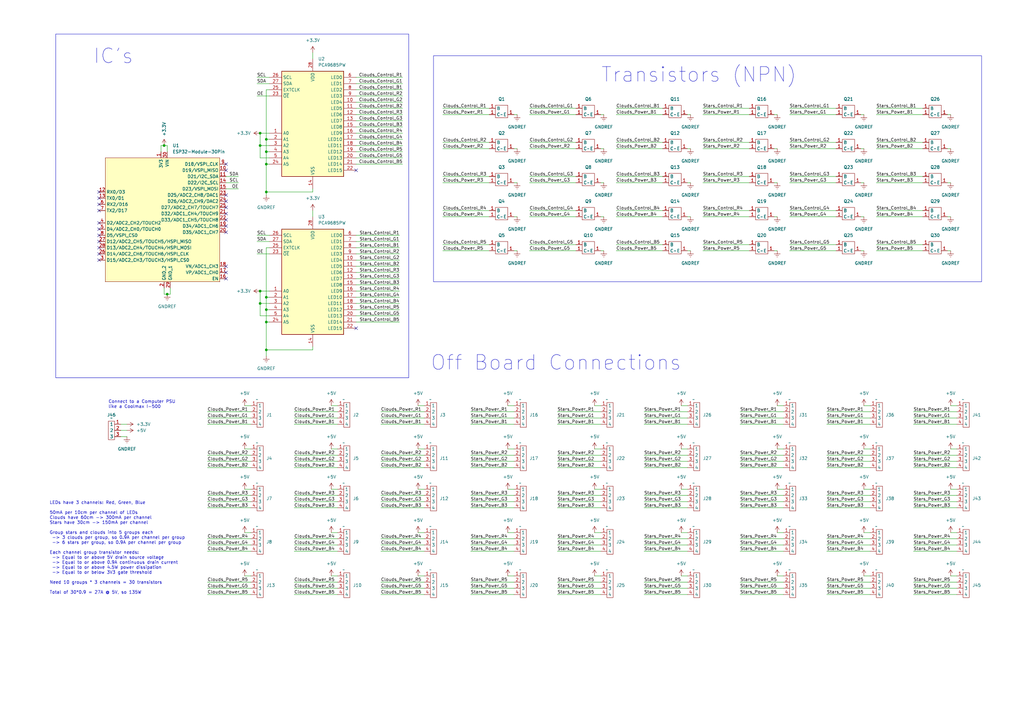
<source format=kicad_sch>
(kicad_sch (version 20230121) (generator eeschema)
  (paper "A3")
  (junction (at 109.22 57.15))
  (junction (at 109.22 132.08))
  (junction (at 106.68 119.38))
  (junction (at 109.22 121.92))
  (junction (at 106.68 59.69))
  (junction (at 109.22 67.31))
  (junction (at 109.22 62.23))
  (junction (at 109.22 143.51))
  (junction (at 109.22 127))
  (junction (at 67.31 59.69))
  (junction (at 106.68 54.61))
  (junction (at 106.68 124.46))
  (junction (at 68.58 120.65))
  (junction (at 109.22 78.74))
  (no_connect (at 40.64 104.14))
  (no_connect (at 40.64 86.36))
  (no_connect (at 92.71 87.63))
  (no_connect (at 92.71 92.71))
  (no_connect (at 40.64 78.74))
  (no_connect (at 92.71 69.85))
  (no_connect (at 92.71 111.76))
  (no_connect (at 40.64 93.98))
  (no_connect (at 92.71 85.09))
  (no_connect (at 146.05 69.85))
  (no_connect (at 92.71 82.55))
  (no_connect (at 92.71 109.22))
  (no_connect (at 92.71 67.31))
  (no_connect (at 92.71 90.17))
  (no_connect (at 40.64 91.44))
  (no_connect (at 40.64 99.06))
  (no_connect (at 92.71 80.01))
  (no_connect (at 40.64 106.68))
  (no_connect (at 40.64 81.28))
  (no_connect (at 92.71 114.3))
  (no_connect (at 92.71 95.25))
  (no_connect (at 40.64 101.6))
  (no_connect (at 146.05 134.62))
  (no_connect (at 40.64 83.82))
  (no_connect (at 40.64 96.52))
  (wire (pts (xy 128.27 86.36) (xy 128.27 88.9)))
  (wire (pts (xy 193.04 208.28) (xy 210.82 208.28)))
  (wire (pts (xy 109.22 62.23) (xy 109.22 67.31)))
  (wire (pts (xy 85.09 223.52) (xy 102.87 223.52)))
  (wire (pts (xy 146.05 44.45) (xy 165.1 44.45)))
  (wire (pts (xy 252.73 100.33) (xy 271.78 100.33)))
  (wire (pts (xy 109.22 127) (xy 110.49 127)))
  (wire (pts (xy 354.33 184.15) (xy 356.87 184.15)))
  (wire (pts (xy 243.84 184.15) (xy 246.38 184.15)))
  (wire (pts (xy 105.41 104.14) (xy 110.49 104.14)))
  (wire (pts (xy 85.09 203.2) (xy 102.87 203.2)))
  (wire (pts (xy 135.89 166.37) (xy 138.43 166.37)))
  (wire (pts (xy 228.6 171.45) (xy 246.38 171.45)))
  (wire (pts (xy 264.16 203.2) (xy 281.94 203.2)))
  (wire (pts (xy 252.73 102.87) (xy 271.78 102.87)))
  (wire (pts (xy 146.05 49.53) (xy 165.1 49.53)))
  (wire (pts (xy 359.41 58.42) (xy 378.46 58.42)))
  (wire (pts (xy 288.29 44.45) (xy 307.34 44.45)))
  (wire (pts (xy 146.05 109.22) (xy 163.83 109.22)))
  (wire (pts (xy 66.04 62.23) (xy 66.04 59.69)))
  (wire (pts (xy 388.62 74.93) (xy 389.89 74.93)))
  (wire (pts (xy 217.17 100.33) (xy 236.22 100.33)))
  (wire (pts (xy 353.06 60.96) (xy 354.33 60.96)))
  (wire (pts (xy 318.77 200.66) (xy 321.31 200.66)))
  (wire (pts (xy 323.85 102.87) (xy 342.9 102.87)))
  (wire (pts (xy 208.28 200.66) (xy 210.82 200.66)))
  (wire (pts (xy 303.53 168.91) (xy 321.31 168.91)))
  (wire (pts (xy 128.27 143.51) (xy 109.22 143.51)))
  (wire (pts (xy 120.65 186.69) (xy 138.43 186.69)))
  (wire (pts (xy 318.77 166.37) (xy 321.31 166.37)))
  (wire (pts (xy 146.05 62.23) (xy 165.1 62.23)))
  (wire (pts (xy 228.6 220.98) (xy 246.38 220.98)))
  (wire (pts (xy 109.22 67.31) (xy 109.22 78.74)))
  (wire (pts (xy 339.09 208.28) (xy 356.87 208.28)))
  (wire (pts (xy 354.33 236.22) (xy 356.87 236.22)))
  (wire (pts (xy 288.29 86.36) (xy 307.34 86.36)))
  (wire (pts (xy 264.16 208.28) (xy 281.94 208.28)))
  (wire (pts (xy 353.06 74.93) (xy 354.33 74.93)))
  (wire (pts (xy 317.5 88.9) (xy 318.77 88.9)))
  (wire (pts (xy 171.45 184.15) (xy 173.99 184.15)))
  (wire (pts (xy 288.29 102.87) (xy 307.34 102.87)))
  (wire (pts (xy 193.04 238.76) (xy 210.82 238.76)))
  (wire (pts (xy 389.89 218.44) (xy 392.43 218.44)))
  (wire (pts (xy 228.6 191.77) (xy 246.38 191.77)))
  (wire (pts (xy 146.05 96.52) (xy 163.83 96.52)))
  (wire (pts (xy 264.16 223.52) (xy 281.94 223.52)))
  (wire (pts (xy 246.38 102.87) (xy 247.65 102.87)))
  (wire (pts (xy 388.62 88.9) (xy 389.89 88.9)))
  (wire (pts (xy 303.53 220.98) (xy 321.31 220.98)))
  (wire (pts (xy 120.65 171.45) (xy 138.43 171.45)))
  (wire (pts (xy 146.05 39.37) (xy 165.1 39.37)))
  (wire (pts (xy 252.73 58.42) (xy 271.78 58.42)))
  (wire (pts (xy 264.16 189.23) (xy 281.94 189.23)))
  (wire (pts (xy 323.85 100.33) (xy 342.9 100.33)))
  (wire (pts (xy 359.41 86.36) (xy 378.46 86.36)))
  (wire (pts (xy 156.21 220.98) (xy 173.99 220.98)))
  (wire (pts (xy 69.85 120.65) (xy 68.58 120.65)))
  (wire (pts (xy 146.05 34.29) (xy 165.1 34.29)))
  (wire (pts (xy 193.04 203.2) (xy 210.82 203.2)))
  (wire (pts (xy 288.29 88.9) (xy 307.34 88.9)))
  (wire (pts (xy 146.05 104.14) (xy 163.83 104.14)))
  (wire (pts (xy 303.53 238.76) (xy 321.31 238.76)))
  (wire (pts (xy 374.65 171.45) (xy 392.43 171.45)))
  (wire (pts (xy 243.84 200.66) (xy 246.38 200.66)))
  (wire (pts (xy 105.41 99.06) (xy 110.49 99.06)))
  (wire (pts (xy 109.22 121.92) (xy 110.49 121.92)))
  (wire (pts (xy 303.53 191.77) (xy 321.31 191.77)))
  (wire (pts (xy 303.53 243.84) (xy 321.31 243.84)))
  (wire (pts (xy 105.41 34.29) (xy 110.49 34.29)))
  (wire (pts (xy 128.27 21.59) (xy 128.27 24.13)))
  (wire (pts (xy 339.09 243.84) (xy 356.87 243.84)))
  (wire (pts (xy 156.21 241.3) (xy 173.99 241.3)))
  (wire (pts (xy 318.77 184.15) (xy 321.31 184.15)))
  (wire (pts (xy 228.6 226.06) (xy 246.38 226.06)))
  (wire (pts (xy 146.05 111.76) (xy 163.83 111.76)))
  (wire (pts (xy 156.21 243.84) (xy 173.99 243.84)))
  (wire (pts (xy 389.89 184.15) (xy 392.43 184.15)))
  (wire (pts (xy 120.65 189.23) (xy 138.43 189.23)))
  (wire (pts (xy 68.58 62.23) (xy 68.58 59.69)))
  (wire (pts (xy 264.16 220.98) (xy 281.94 220.98)))
  (wire (pts (xy 85.09 220.98) (xy 102.87 220.98)))
  (wire (pts (xy 120.65 173.99) (xy 138.43 173.99)))
  (wire (pts (xy 120.65 238.76) (xy 138.43 238.76)))
  (wire (pts (xy 279.4 218.44) (xy 281.94 218.44)))
  (wire (pts (xy 246.38 74.93) (xy 247.65 74.93)))
  (wire (pts (xy 109.22 132.08) (xy 110.49 132.08)))
  (wire (pts (xy 323.85 44.45) (xy 342.9 44.45)))
  (wire (pts (xy 339.09 173.99) (xy 356.87 173.99)))
  (wire (pts (xy 181.61 88.9) (xy 200.66 88.9)))
  (wire (pts (xy 288.29 60.96) (xy 307.34 60.96)))
  (wire (pts (xy 374.65 220.98) (xy 392.43 220.98)))
  (wire (pts (xy 279.4 166.37) (xy 281.94 166.37)))
  (wire (pts (xy 252.73 72.39) (xy 271.78 72.39)))
  (wire (pts (xy 208.28 166.37) (xy 210.82 166.37)))
  (wire (pts (xy 374.65 238.76) (xy 392.43 238.76)))
  (wire (pts (xy 228.6 186.69) (xy 246.38 186.69)))
  (wire (pts (xy 374.65 205.74) (xy 392.43 205.74)))
  (wire (pts (xy 303.53 226.06) (xy 321.31 226.06)))
  (wire (pts (xy 210.82 102.87) (xy 212.09 102.87)))
  (wire (pts (xy 120.65 208.28) (xy 138.43 208.28)))
  (wire (pts (xy 264.16 191.77) (xy 281.94 191.77)))
  (wire (pts (xy 110.49 129.54) (xy 106.68 129.54)))
  (wire (pts (xy 228.6 203.2) (xy 246.38 203.2)))
  (wire (pts (xy 217.17 46.99) (xy 236.22 46.99)))
  (wire (pts (xy 339.09 168.91) (xy 356.87 168.91)))
  (wire (pts (xy 354.33 218.44) (xy 356.87 218.44)))
  (wire (pts (xy 359.41 100.33) (xy 378.46 100.33)))
  (wire (pts (xy 217.17 102.87) (xy 236.22 102.87)))
  (wire (pts (xy 69.85 118.11) (xy 69.85 120.65)))
  (wire (pts (xy 85.09 171.45) (xy 102.87 171.45)))
  (wire (pts (xy 156.21 205.74) (xy 173.99 205.74)))
  (wire (pts (xy 339.09 186.69) (xy 356.87 186.69)))
  (wire (pts (xy 217.17 88.9) (xy 236.22 88.9)))
  (wire (pts (xy 374.65 243.84) (xy 392.43 243.84)))
  (wire (pts (xy 208.28 218.44) (xy 210.82 218.44)))
  (wire (pts (xy 228.6 205.74) (xy 246.38 205.74)))
  (wire (pts (xy 156.21 191.77) (xy 173.99 191.77)))
  (wire (pts (xy 92.71 74.93) (xy 97.79 74.93)))
  (wire (pts (xy 217.17 60.96) (xy 236.22 60.96)))
  (wire (pts (xy 92.71 72.39) (xy 97.79 72.39)))
  (wire (pts (xy 246.38 46.99) (xy 247.65 46.99)))
  (wire (pts (xy 303.53 189.23) (xy 321.31 189.23)))
  (wire (pts (xy 49.53 179.07) (xy 52.07 179.07)))
  (wire (pts (xy 146.05 132.08) (xy 163.83 132.08)))
  (wire (pts (xy 146.05 52.07) (xy 165.1 52.07)))
  (wire (pts (xy 264.16 205.74) (xy 281.94 205.74)))
  (wire (pts (xy 339.09 238.76) (xy 356.87 238.76)))
  (wire (pts (xy 156.21 171.45) (xy 173.99 171.45)))
  (wire (pts (xy 281.94 74.93) (xy 283.21 74.93)))
  (wire (pts (xy 156.21 173.99) (xy 173.99 173.99)))
  (wire (pts (xy 105.41 96.52) (xy 110.49 96.52)))
  (wire (pts (xy 252.73 60.96) (xy 271.78 60.96)))
  (wire (pts (xy 85.09 226.06) (xy 102.87 226.06)))
  (wire (pts (xy 374.65 191.77) (xy 392.43 191.77)))
  (wire (pts (xy 210.82 46.99) (xy 212.09 46.99)))
  (wire (pts (xy 359.41 60.96) (xy 378.46 60.96)))
  (wire (pts (xy 171.45 200.66) (xy 173.99 200.66)))
  (wire (pts (xy 279.4 184.15) (xy 281.94 184.15)))
  (wire (pts (xy 146.05 57.15) (xy 165.1 57.15)))
  (wire (pts (xy 100.33 218.44) (xy 102.87 218.44)))
  (wire (pts (xy 120.65 191.77) (xy 138.43 191.77)))
  (wire (pts (xy 389.89 166.37) (xy 392.43 166.37)))
  (wire (pts (xy 264.16 171.45) (xy 281.94 171.45)))
  (wire (pts (xy 252.73 46.99) (xy 271.78 46.99)))
  (wire (pts (xy 252.73 88.9) (xy 271.78 88.9)))
  (wire (pts (xy 128.27 143.51) (xy 128.27 142.24)))
  (wire (pts (xy 181.61 102.87) (xy 200.66 102.87)))
  (wire (pts (xy 246.38 88.9) (xy 247.65 88.9)))
  (wire (pts (xy 181.61 44.45) (xy 200.66 44.45)))
  (wire (pts (xy 323.85 46.99) (xy 342.9 46.99)))
  (wire (pts (xy 109.22 143.51) (xy 109.22 146.05)))
  (wire (pts (xy 264.16 168.91) (xy 281.94 168.91)))
  (wire (pts (xy 146.05 101.6) (xy 163.83 101.6)))
  (wire (pts (xy 210.82 60.96) (xy 212.09 60.96)))
  (wire (pts (xy 303.53 205.74) (xy 321.31 205.74)))
  (wire (pts (xy 146.05 106.68) (xy 163.83 106.68)))
  (wire (pts (xy 85.09 208.28) (xy 102.87 208.28)))
  (wire (pts (xy 252.73 74.93) (xy 271.78 74.93)))
  (wire (pts (xy 156.21 208.28) (xy 173.99 208.28)))
  (wire (pts (xy 106.68 124.46) (xy 110.49 124.46)))
  (wire (pts (xy 181.61 72.39) (xy 200.66 72.39)))
  (wire (pts (xy 339.09 189.23) (xy 356.87 189.23)))
  (wire (pts (xy 389.89 236.22) (xy 392.43 236.22)))
  (wire (pts (xy 374.65 168.91) (xy 392.43 168.91)))
  (wire (pts (xy 339.09 220.98) (xy 356.87 220.98)))
  (wire (pts (xy 339.09 226.06) (xy 356.87 226.06)))
  (wire (pts (xy 281.94 46.99) (xy 283.21 46.99)))
  (wire (pts (xy 228.6 189.23) (xy 246.38 189.23)))
  (wire (pts (xy 120.65 243.84) (xy 138.43 243.84)))
  (wire (pts (xy 288.29 46.99) (xy 307.34 46.99)))
  (wire (pts (xy 100.33 236.22) (xy 102.87 236.22)))
  (wire (pts (xy 156.21 238.76) (xy 173.99 238.76)))
  (wire (pts (xy 339.09 191.77) (xy 356.87 191.77)))
  (wire (pts (xy 171.45 218.44) (xy 173.99 218.44)))
  (wire (pts (xy 228.6 243.84) (xy 246.38 243.84)))
  (wire (pts (xy 317.5 46.99) (xy 318.77 46.99)))
  (wire (pts (xy 217.17 74.93) (xy 236.22 74.93)))
  (wire (pts (xy 317.5 74.93) (xy 318.77 74.93)))
  (wire (pts (xy 279.4 236.22) (xy 281.94 236.22)))
  (wire (pts (xy 193.04 191.77) (xy 210.82 191.77)))
  (wire (pts (xy 208.28 236.22) (xy 210.82 236.22)))
  (wire (pts (xy 109.22 57.15) (xy 110.49 57.15)))
  (wire (pts (xy 374.65 189.23) (xy 392.43 189.23)))
  (wire (pts (xy 146.05 99.06) (xy 163.83 99.06)))
  (wire (pts (xy 193.04 186.69) (xy 210.82 186.69)))
  (wire (pts (xy 106.68 119.38) (xy 110.49 119.38)))
  (wire (pts (xy 389.89 200.66) (xy 392.43 200.66)))
  (wire (pts (xy 85.09 173.99) (xy 102.87 173.99)))
  (wire (pts (xy 193.04 171.45) (xy 210.82 171.45)))
  (wire (pts (xy 374.65 186.69) (xy 392.43 186.69)))
  (wire (pts (xy 228.6 223.52) (xy 246.38 223.52)))
  (wire (pts (xy 171.45 236.22) (xy 173.99 236.22)))
  (wire (pts (xy 120.65 205.74) (xy 138.43 205.74)))
  (wire (pts (xy 128.27 78.74) (xy 128.27 77.47)))
  (wire (pts (xy 146.05 64.77) (xy 165.1 64.77)))
  (wire (pts (xy 156.21 189.23) (xy 173.99 189.23)))
  (wire (pts (xy 146.05 121.92) (xy 163.83 121.92)))
  (wire (pts (xy 243.84 166.37) (xy 246.38 166.37)))
  (wire (pts (xy 106.68 59.69) (xy 110.49 59.69)))
  (wire (pts (xy 146.05 124.46) (xy 163.83 124.46)))
  (wire (pts (xy 49.53 173.99) (xy 52.07 173.99)))
  (wire (pts (xy 208.28 184.15) (xy 210.82 184.15)))
  (wire (pts (xy 109.22 67.31) (xy 110.49 67.31)))
  (wire (pts (xy 210.82 88.9) (xy 212.09 88.9)))
  (wire (pts (xy 135.89 236.22) (xy 138.43 236.22)))
  (wire (pts (xy 146.05 67.31) (xy 165.1 67.31)))
  (wire (pts (xy 146.05 59.69) (xy 165.1 59.69)))
  (wire (pts (xy 243.84 236.22) (xy 246.38 236.22)))
  (wire (pts (xy 339.09 203.2) (xy 356.87 203.2)))
  (wire (pts (xy 317.5 60.96) (xy 318.77 60.96)))
  (wire (pts (xy 303.53 186.69) (xy 321.31 186.69)))
  (wire (pts (xy 359.41 102.87) (xy 378.46 102.87)))
  (wire (pts (xy 181.61 46.99) (xy 200.66 46.99)))
  (wire (pts (xy 217.17 58.42) (xy 236.22 58.42)))
  (wire (pts (xy 359.41 72.39) (xy 378.46 72.39)))
  (wire (pts (xy 303.53 173.99) (xy 321.31 173.99)))
  (wire (pts (xy 193.04 223.52) (xy 210.82 223.52)))
  (wire (pts (xy 353.06 46.99) (xy 354.33 46.99)))
  (wire (pts (xy 354.33 166.37) (xy 356.87 166.37)))
  (wire (pts (xy 146.05 36.83) (xy 165.1 36.83)))
  (wire (pts (xy 193.04 226.06) (xy 210.82 226.06)))
  (wire (pts (xy 146.05 116.84) (xy 163.83 116.84)))
  (wire (pts (xy 135.89 184.15) (xy 138.43 184.15)))
  (wire (pts (xy 67.31 120.65) (xy 68.58 120.65)))
  (wire (pts (xy 156.21 203.2) (xy 173.99 203.2)))
  (wire (pts (xy 317.5 102.87) (xy 318.77 102.87)))
  (wire (pts (xy 353.06 88.9) (xy 354.33 88.9)))
  (wire (pts (xy 252.73 44.45) (xy 271.78 44.45)))
  (wire (pts (xy 339.09 241.3) (xy 356.87 241.3)))
  (wire (pts (xy 85.09 205.74) (xy 102.87 205.74)))
  (wire (pts (xy 264.16 186.69) (xy 281.94 186.69)))
  (wire (pts (xy 264.16 241.3) (xy 281.94 241.3)))
  (wire (pts (xy 288.29 100.33) (xy 307.34 100.33)))
  (wire (pts (xy 374.65 226.06) (xy 392.43 226.06)))
  (wire (pts (xy 106.68 124.46) (xy 106.68 119.38)))
  (wire (pts (xy 210.82 74.93) (xy 212.09 74.93)))
  (wire (pts (xy 323.85 86.36) (xy 342.9 86.36)))
  (wire (pts (xy 106.68 54.61) (xy 110.49 54.61)))
  (wire (pts (xy 193.04 205.74) (xy 210.82 205.74)))
  (wire (pts (xy 109.22 36.83) (xy 109.22 57.15)))
  (wire (pts (xy 135.89 218.44) (xy 138.43 218.44)))
  (wire (pts (xy 146.05 46.99) (xy 165.1 46.99)))
  (wire (pts (xy 106.68 64.77) (xy 106.68 59.69)))
  (wire (pts (xy 354.33 200.66) (xy 356.87 200.66)))
  (wire (pts (xy 228.6 173.99) (xy 246.38 173.99)))
  (wire (pts (xy 323.85 58.42) (xy 342.9 58.42)))
  (wire (pts (xy 193.04 189.23) (xy 210.82 189.23)))
  (wire (pts (xy 146.05 31.75) (xy 165.1 31.75)))
  (wire (pts (xy 303.53 208.28) (xy 321.31 208.28)))
  (wire (pts (xy 359.41 88.9) (xy 378.46 88.9)))
  (wire (pts (xy 85.09 238.76) (xy 102.87 238.76)))
  (wire (pts (xy 388.62 46.99) (xy 389.89 46.99)))
  (wire (pts (xy 264.16 243.84) (xy 281.94 243.84)))
  (wire (pts (xy 85.09 241.3) (xy 102.87 241.3)))
  (wire (pts (xy 110.49 36.83) (xy 109.22 36.83)))
  (wire (pts (xy 279.4 200.66) (xy 281.94 200.66)))
  (wire (pts (xy 303.53 241.3) (xy 321.31 241.3)))
  (wire (pts (xy 110.49 64.77) (xy 106.68 64.77)))
  (wire (pts (xy 109.22 62.23) (xy 110.49 62.23)))
  (wire (pts (xy 100.33 184.15) (xy 102.87 184.15)))
  (wire (pts (xy 85.09 243.84) (xy 102.87 243.84)))
  (wire (pts (xy 318.77 236.22) (xy 321.31 236.22)))
  (wire (pts (xy 228.6 208.28) (xy 246.38 208.28)))
  (wire (pts (xy 303.53 171.45) (xy 321.31 171.45)))
  (wire (pts (xy 66.04 59.69) (xy 67.31 59.69)))
  (wire (pts (xy 181.61 86.36) (xy 200.66 86.36)))
  (wire (pts (xy 323.85 74.93) (xy 342.9 74.93)))
  (wire (pts (xy 100.33 166.37) (xy 102.87 166.37)))
  (wire (pts (xy 252.73 86.36) (xy 271.78 86.36)))
  (wire (pts (xy 339.09 171.45) (xy 356.87 171.45)))
  (wire (pts (xy 264.16 173.99) (xy 281.94 173.99)))
  (wire (pts (xy 246.38 60.96) (xy 247.65 60.96)))
  (wire (pts (xy 303.53 203.2) (xy 321.31 203.2)))
  (wire (pts (xy 339.09 205.74) (xy 356.87 205.74)))
  (wire (pts (xy 217.17 86.36) (xy 236.22 86.36)))
  (wire (pts (xy 217.17 44.45) (xy 236.22 44.45)))
  (wire (pts (xy 105.41 31.75) (xy 110.49 31.75)))
  (wire (pts (xy 120.65 226.06) (xy 138.43 226.06)))
  (wire (pts (xy 146.05 114.3) (xy 163.83 114.3)))
  (wire (pts (xy 318.77 218.44) (xy 321.31 218.44)))
  (wire (pts (xy 109.22 101.6) (xy 109.22 121.92)))
  (wire (pts (xy 92.71 77.47) (xy 97.79 77.47)))
  (wire (pts (xy 359.41 74.93) (xy 378.46 74.93)))
  (wire (pts (xy 110.49 101.6) (xy 109.22 101.6)))
  (wire (pts (xy 120.65 241.3) (xy 138.43 241.3)))
  (wire (pts (xy 156.21 168.91) (xy 173.99 168.91)))
  (wire (pts (xy 374.65 208.28) (xy 392.43 208.28)))
  (wire (pts (xy 217.17 72.39) (xy 236.22 72.39)))
  (wire (pts (xy 193.04 173.99) (xy 210.82 173.99)))
  (wire (pts (xy 374.65 223.52) (xy 392.43 223.52)))
  (wire (pts (xy 193.04 168.91) (xy 210.82 168.91)))
  (wire (pts (xy 109.22 121.92) (xy 109.22 127)))
  (wire (pts (xy 281.94 88.9) (xy 283.21 88.9)))
  (wire (pts (xy 264.16 226.06) (xy 281.94 226.06)))
  (wire (pts (xy 243.84 218.44) (xy 246.38 218.44)))
  (wire (pts (xy 146.05 54.61) (xy 165.1 54.61)))
  (wire (pts (xy 171.45 166.37) (xy 173.99 166.37)))
  (wire (pts (xy 120.65 203.2) (xy 138.43 203.2)))
  (wire (pts (xy 146.05 119.38) (xy 163.83 119.38)))
  (wire (pts (xy 323.85 88.9) (xy 342.9 88.9)))
  (wire (pts (xy 228.6 168.91) (xy 246.38 168.91)))
  (wire (pts (xy 181.61 60.96) (xy 200.66 60.96)))
  (wire (pts (xy 68.58 59.69) (xy 67.31 59.69)))
  (wire (pts (xy 146.05 41.91) (xy 165.1 41.91)))
  (wire (pts (xy 85.09 191.77) (xy 102.87 191.77)))
  (wire (pts (xy 388.62 60.96) (xy 389.89 60.96)))
  (wire (pts (xy 303.53 223.52) (xy 321.31 223.52)))
  (wire (pts (xy 264.16 238.76) (xy 281.94 238.76)))
  (wire (pts (xy 374.65 203.2) (xy 392.43 203.2)))
  (wire (pts (xy 193.04 220.98) (xy 210.82 220.98)))
  (wire (pts (xy 228.6 241.3) (xy 246.38 241.3)))
  (wire (pts (xy 106.68 59.69) (xy 106.68 54.61)))
  (wire (pts (xy 156.21 223.52) (xy 173.99 223.52)))
  (wire (pts (xy 281.94 102.87) (xy 283.21 102.87)))
  (wire (pts (xy 120.65 168.91) (xy 138.43 168.91)))
  (wire (pts (xy 193.04 243.84) (xy 210.82 243.84)))
  (wire (pts (xy 120.65 220.98) (xy 138.43 220.98)))
  (wire (pts (xy 181.61 100.33) (xy 200.66 100.33)))
  (wire (pts (xy 120.65 223.52) (xy 138.43 223.52)))
  (wire (pts (xy 288.29 72.39) (xy 307.34 72.39)))
  (wire (pts (xy 359.41 46.99) (xy 378.46 46.99)))
  (wire (pts (xy 156.21 186.69) (xy 173.99 186.69)))
  (wire (pts (xy 146.05 129.54) (xy 163.83 129.54)))
  (wire (pts (xy 359.41 44.45) (xy 378.46 44.45)))
  (wire (pts (xy 49.53 176.53) (xy 52.07 176.53)))
  (wire (pts (xy 323.85 72.39) (xy 342.9 72.39)))
  (wire (pts (xy 388.62 102.87) (xy 389.89 102.87)))
  (wire (pts (xy 146.05 127) (xy 163.83 127)))
  (wire (pts (xy 85.09 186.69) (xy 102.87 186.69)))
  (wire (pts (xy 353.06 102.87) (xy 354.33 102.87)))
  (wire (pts (xy 135.89 200.66) (xy 138.43 200.66)))
  (wire (pts (xy 288.29 58.42) (xy 307.34 58.42)))
  (wire (pts (xy 109.22 132.08) (xy 109.22 143.51)))
  (wire (pts (xy 85.09 189.23) (xy 102.87 189.23)))
  (wire (pts (xy 323.85 60.96) (xy 342.9 60.96)))
  (wire (pts (xy 106.68 129.54) (xy 106.68 124.46)))
  (wire (pts (xy 288.29 74.93) (xy 307.34 74.93)))
  (wire (pts (xy 105.41 39.37) (xy 110.49 39.37)))
  (wire (pts (xy 100.33 200.66) (xy 102.87 200.66)))
  (wire (pts (xy 109.22 127) (xy 109.22 132.08)))
  (wire (pts (xy 193.04 241.3) (xy 210.82 241.3)))
  (wire (pts (xy 67.31 118.11) (xy 67.31 120.65)))
  (wire (pts (xy 85.09 168.91) (xy 102.87 168.91)))
  (wire (pts (xy 374.65 173.99) (xy 392.43 173.99)))
  (wire (pts (xy 228.6 238.76) (xy 246.38 238.76)))
  (wire (pts (xy 109.22 78.74) (xy 109.22 80.01)))
  (wire (pts (xy 109.22 78.74) (xy 128.27 78.74)))
  (wire (pts (xy 281.94 60.96) (xy 283.21 60.96)))
  (wire (pts (xy 156.21 226.06) (xy 173.99 226.06)))
  (wire (pts (xy 374.65 241.3) (xy 392.43 241.3)))
  (wire (pts (xy 181.61 58.42) (xy 200.66 58.42)))
  (wire (pts (xy 339.09 223.52) (xy 356.87 223.52)))
  (wire (pts (xy 181.61 74.93) (xy 200.66 74.93)))
  (wire (pts (xy 109.22 57.15) (xy 109.22 62.23)))
  (rectangle (start 22.86 13.97) (end 167.64 154.94))
  (rectangle (start 177.8 22.86) (end 402.59 115.57))
  (text "Transistors (NPN)" (at 246.38 34.29 0) (effects (font (size 6 6)) (justify left bottom)))
  (text "Connect to a Computer PSU\nlike a Coolmax I-500" (at 44.45 167.64 0) (effects (font (size 1.27 1.27)) (justify left bottom)))
  (text "Off Board Connections" (at 176.53 152.4 0) (effects (font (size 6 6)) (justify left bottom)))
  (text "IC's" (at 38.1 26.67 0) (effects (font (size 6 6)) (justify left bottom)))
  (text "LEDs have 3 channels: Red, Green, Blue\n\n50mA per 10cm per channel of LEDs\nClouds have 60cm -> 300mA per channel\nStars have 30cm -> 150mA per channel\n\nGroup stars and clouds into 5 groups each\n -> 3 clouds per group, so 0.9A per channel per group\n -> 6 stars per group, so 0.9A per channel per group\n\nEach channel group transistor needs:\n -> Equal to or above 5V drain source voltage\n -> Equal to or above 0.9A continuous drain current\n -> Equal to or above 4.5W power dissipation\n -> Equal to or below 3V3 gate threshold\n\nNeed 10 groups * 3 channels = 30 transistors\n\nTotal of 30*0.9 = 27A @ 5V, so 135W" (at 20.32 243.84 0) (effects (font (size 1.27 1.27)) (justify left bottom)))
  (label "Stars_Control_G1" (at 323.85 44.45 0))
  (label "Stars_Control_B2" (at 163.83 109.22 180))
  (label "Clouds_Control_R1" (at 181.61 44.45 0))
  (label "Clouds_Control_G4" (at 165.1 57.15 180))
  (label "Stars_Control_R4" (at 288.29 86.36 0))
  (label "Stars_Power_B3" (at 339.09 208.28 0))
  (label "Stars_Power_R3" (at 193.04 203.2 0))
  (label "Clouds_Power_G4" (at 85.09 223.52 0))
  (label "Clouds_Power_G3" (at 85.09 205.74 0))
  (label "Stars_Power_B1" (at 228.6 173.99 0))
  (label "Stars_Power_G2" (at 193.04 189.23 0))
  (label "Clouds_Control_G3" (at 217.17 72.39 0))
  (label "Stars_Control_R5" (at 163.83 127 180))
  (label "Stars_Power_R1" (at 339.09 168.91 0))
  (label "Stars_Power_B5" (at 359.41 102.87 0))
  (label "Stars_Power_R5" (at 264.16 238.76 0))
  (label "Stars_Power_B5" (at 339.09 243.84 0))
  (label "Stars_Power_R5" (at 288.29 102.87 0))
  (label "Stars_Power_R1" (at 228.6 168.91 0))
  (label "Stars_Control_G5" (at 323.85 100.33 0))
  (label "Stars_Power_G1" (at 193.04 171.45 0))
  (label "Stars_Control_G5" (at 163.83 129.54 180))
  (label "Stars_Control_R1" (at 163.83 96.52 180))
  (label "Stars_Power_R4" (at 288.29 88.9 0))
  (label "Clouds_Power_B2" (at 156.21 191.77 0))
  (label "Stars_Power_B1" (at 264.16 173.99 0))
  (label "Stars_Control_B2" (at 359.41 58.42 0))
  (label "Clouds_Power_R2" (at 181.61 60.96 0))
  (label "Clouds_Power_B2" (at 85.09 191.77 0))
  (label "Clouds_Power_B1" (at 252.73 46.99 0))
  (label "Stars_Power_G2" (at 264.16 189.23 0))
  (label "Clouds_Power_G5" (at 85.09 241.3 0))
  (label "Clouds_Power_G1" (at 85.09 171.45 0))
  (label "Stars_Control_B1" (at 359.41 44.45 0))
  (label "Stars_Control_R3" (at 163.83 111.76 180))
  (label "Clouds_Control_B4" (at 252.73 86.36 0))
  (label "Stars_Power_R2" (at 193.04 186.69 0))
  (label "Stars_Power_B4" (at 228.6 226.06 0))
  (label "SDA" (at 105.41 99.06 0))
  (label "Stars_Power_R3" (at 228.6 203.2 0))
  (label "Stars_Control_G2" (at 323.85 58.42 0))
  (label "Stars_Power_B3" (at 228.6 208.28 0))
  (label "Stars_Power_G5" (at 323.85 102.87 0))
  (label "Clouds_Control_R5" (at 181.61 100.33 0))
  (label "Clouds_Power_R5" (at 120.65 238.76 0))
  (label "Stars_Control_R5" (at 288.29 100.33 0))
  (label "Stars_Power_G4" (at 323.85 88.9 0))
  (label "Stars_Control_B3" (at 359.41 72.39 0))
  (label "Stars_Power_R2" (at 339.09 186.69 0))
  (label "Stars_Power_R3" (at 339.09 203.2 0))
  (label "Stars_Power_B2" (at 374.65 191.77 0))
  (label "SDA" (at 97.79 72.39 180))
  (label "Clouds_Power_B4" (at 85.09 226.06 0))
  (label "Stars_Power_R2" (at 288.29 60.96 0))
  (label "Stars_Control_R1" (at 288.29 44.45 0))
  (label "Stars_Power_G3" (at 264.16 205.74 0))
  (label "Stars_Power_B1" (at 374.65 173.99 0))
  (label "Stars_Power_G2" (at 228.6 189.23 0))
  (label "Clouds_Power_R5" (at 156.21 238.76 0))
  (label "Clouds_Power_R3" (at 120.65 203.2 0))
  (label "Clouds_Power_B2" (at 120.65 191.77 0))
  (label "Stars_Power_B2" (at 339.09 191.77 0))
  (label "Stars_Power_G4" (at 374.65 223.52 0))
  (label "OE" (at 105.41 39.37 0))
  (label "Stars_Power_G1" (at 374.65 171.45 0))
  (label "Clouds_Control_R1" (at 165.1 31.75 180))
  (label "Stars_Control_G4" (at 323.85 86.36 0))
  (label "Stars_Power_B2" (at 359.41 60.96 0))
  (label "Clouds_Power_B5" (at 156.21 243.84 0))
  (label "Stars_Power_R3" (at 374.65 203.2 0))
  (label "Stars_Control_R2" (at 288.29 58.42 0))
  (label "Clouds_Control_B2" (at 165.1 44.45 180))
  (label "Stars_Power_R1" (at 303.53 168.91 0))
  (label "Clouds_Power_R1" (at 85.09 168.91 0))
  (label "Clouds_Control_R5" (at 165.1 62.23 180))
  (label "Stars_Power_B5" (at 228.6 243.84 0))
  (label "Stars_Control_B5" (at 163.83 132.08 180))
  (label "Clouds_Power_B5" (at 85.09 243.84 0))
  (label "SCL" (at 105.41 96.52 0))
  (label "Stars_Control_G3" (at 163.83 114.3 180))
  (label "Clouds_Control_B3" (at 252.73 72.39 0))
  (label "Clouds_Control_B1" (at 165.1 36.83 180))
  (label "Stars_Power_G2" (at 303.53 189.23 0))
  (label "Stars_Power_G4" (at 339.09 223.52 0))
  (label "Clouds_Power_B3" (at 252.73 74.93 0))
  (label "Clouds_Power_G4" (at 217.17 88.9 0))
  (label "Stars_Power_R4" (at 374.65 220.98 0))
  (label "SDA" (at 105.41 34.29 0))
  (label "Stars_Power_B4" (at 359.41 88.9 0))
  (label "Stars_Power_B1" (at 339.09 173.99 0))
  (label "Clouds_Power_G4" (at 120.65 223.52 0))
  (label "Stars_Power_G5" (at 303.53 241.3 0))
  (label "Clouds_Power_R2" (at 85.09 186.69 0))
  (label "Stars_Control_B3" (at 163.83 116.84 180))
  (label "Clouds_Power_G1" (at 156.21 171.45 0))
  (label "Stars_Power_R2" (at 303.53 186.69 0))
  (label "Clouds_Power_B3" (at 85.09 208.28 0))
  (label "Clouds_Control_G4" (at 217.17 86.36 0))
  (label "Clouds_Control_G2" (at 217.17 58.42 0))
  (label "Stars_Power_G4" (at 303.53 223.52 0))
  (label "Stars_Power_B3" (at 303.53 208.28 0))
  (label "Stars_Power_G1" (at 264.16 171.45 0))
  (label "Stars_Power_G2" (at 339.09 189.23 0))
  (label "Stars_Power_R5" (at 374.65 238.76 0))
  (label "Clouds_Power_R3" (at 85.09 203.2 0))
  (label "Clouds_Power_B1" (at 85.09 173.99 0))
  (label "Stars_Power_B3" (at 264.16 208.28 0))
  (label "Stars_Power_G4" (at 193.04 223.52 0))
  (label "Stars_Power_B2" (at 193.04 191.77 0))
  (label "Stars_Control_R3" (at 288.29 72.39 0))
  (label "Clouds_Power_R4" (at 156.21 220.98 0))
  (label "Clouds_Power_B2" (at 252.73 60.96 0))
  (label "SCL" (at 105.41 31.75 0))
  (label "Clouds_Control_R3" (at 181.61 72.39 0))
  (label "Stars_Power_G1" (at 228.6 171.45 0))
  (label "Stars_Power_B1" (at 359.41 46.99 0))
  (label "Stars_Power_B3" (at 193.04 208.28 0))
  (label "Stars_Power_B3" (at 359.41 74.93 0))
  (label "Clouds_Power_R5" (at 181.61 102.87 0))
  (label "Stars_Power_G5" (at 339.09 241.3 0))
  (label "Stars_Power_B5" (at 193.04 243.84 0))
  (label "Clouds_Power_G4" (at 156.21 223.52 0))
  (label "Clouds_Power_R3" (at 181.61 74.93 0))
  (label "Stars_Power_R4" (at 228.6 220.98 0))
  (label "Clouds_Power_G3" (at 120.65 205.74 0))
  (label "Stars_Power_R2" (at 374.65 186.69 0))
  (label "Clouds_Control_B2" (at 252.73 58.42 0))
  (label "Stars_Power_B2" (at 228.6 191.77 0))
  (label "Stars_Power_R1" (at 264.16 168.91 0))
  (label "Clouds_Power_B5" (at 252.73 102.87 0))
  (label "Stars_Power_R5" (at 303.53 238.76 0))
  (label "Clouds_Power_R1" (at 120.65 168.91 0))
  (label "Stars_Control_G1" (at 163.83 99.06 180))
  (label "Stars_Control_G2" (at 163.83 106.68 180))
  (label "Clouds_Power_R2" (at 217.17 60.96 0))
  (label "Clouds_Control_B3" (at 165.1 52.07 180))
  (label "Stars_Power_G4" (at 264.16 223.52 0))
  (label "Clouds_Power_G2" (at 120.65 189.23 0))
  (label "Stars_Power_R4" (at 264.16 220.98 0))
  (label "Stars_Control_B1" (at 163.83 101.6 180))
  (label "Stars_Power_B5" (at 374.65 243.84 0))
  (label "Clouds_Control_B5" (at 252.73 100.33 0))
  (label "Clouds_Power_G5" (at 217.17 102.87 0))
  (label "Clouds_Power_B1" (at 120.65 173.99 0))
  (label "Stars_Power_B4" (at 303.53 226.06 0))
  (label "Clouds_Power_G1" (at 217.17 46.99 0))
  (label "SCL" (at 97.79 74.93 180))
  (label "Stars_Power_G5" (at 228.6 241.3 0))
  (label "Stars_Power_G3" (at 193.04 205.74 0))
  (label "OE" (at 105.41 104.14 0))
  (label "Clouds_Control_G3" (at 165.1 49.53 180))
  (label "Stars_Control_B5" (at 359.41 100.33 0))
  (label "Stars_Control_R2" (at 163.83 104.14 180))
  (label "Stars_Power_G3" (at 323.85 74.93 0))
  (label "Clouds_Power_G3" (at 217.17 74.93 0))
  (label "Clouds_Power_B1" (at 156.21 173.99 0))
  (label "Stars_Power_B5" (at 264.16 243.84 0))
  (label "Clouds_Power_G5" (at 156.21 241.3 0))
  (label "Clouds_Control_R4" (at 181.61 86.36 0))
  (label "Clouds_Power_R4" (at 85.09 220.98 0))
  (label "Stars_Power_G4" (at 228.6 223.52 0))
  (label "Clouds_Power_B4" (at 120.65 226.06 0))
  (label "Stars_Power_B5" (at 303.53 243.84 0))
  (label "Clouds_Control_B5" (at 165.1 67.31 180))
  (label "Clouds_Control_G2" (at 165.1 41.91 180))
  (label "Clouds_Control_R2" (at 181.61 58.42 0))
  (label "Stars_Power_G3" (at 228.6 205.74 0))
  (label "Stars_Power_R1" (at 193.04 168.91 0))
  (label "Clouds_Power_B3" (at 120.65 208.28 0))
  (label "Clouds_Power_R3" (at 156.21 203.2 0))
  (label "Clouds_Power_G3" (at 156.21 205.74 0))
  (label "Clouds_Power_R5" (at 85.09 238.76 0))
  (label "Clouds_Power_B4" (at 156.21 226.06 0))
  (label "Clouds_Power_G2" (at 85.09 189.23 0))
  (label "Stars_Power_G1" (at 323.85 46.99 0))
  (label "Stars_Power_B2" (at 264.16 191.77 0))
  (label "Stars_Power_R3" (at 303.53 203.2 0))
  (label "Clouds_Power_R1" (at 181.61 46.99 0))
  (label "Stars_Power_R1" (at 374.65 168.91 0))
  (label "Stars_Power_R2" (at 228.6 186.69 0))
  (label "Stars_Power_G5" (at 374.65 241.3 0))
  (label "Clouds_Power_R2" (at 156.21 186.69 0))
  (label "Stars_Power_R4" (at 339.09 220.98 0))
  (label "Clouds_Power_R2" (at 120.65 186.69 0))
  (label "Stars_Power_G2" (at 374.65 189.23 0))
  (label "Stars_Power_B4" (at 193.04 226.06 0))
  (label "Clouds_Control_B1" (at 252.73 44.45 0))
  (label "OE" (at 97.79 77.47 180))
  (label "Clouds_Power_B4" (at 252.73 88.9 0))
  (label "Stars_Power_R1" (at 288.29 46.99 0))
  (label "Stars_Control_R4" (at 163.83 119.38 180))
  (label "Clouds_Power_R4" (at 181.61 88.9 0))
  (label "Clouds_Power_R4" (at 120.65 220.98 0))
  (label "Stars_Power_G3" (at 374.65 205.74 0))
  (label "Stars_Power_G3" (at 339.09 205.74 0))
  (label "Clouds_Power_B3" (at 156.21 208.28 0))
  (label "Stars_Power_R5" (at 193.04 238.76 0))
  (label "Stars_Power_R2" (at 264.16 186.69 0))
  (label "Stars_Power_G1" (at 303.53 171.45 0))
  (label "Clouds_Power_G1" (at 120.65 171.45 0))
  (label "Clouds_Control_R3" (at 165.1 46.99 180))
  (label "Stars_Power_R3" (at 288.29 74.93 0))
  (label "Clouds_Control_B4" (at 165.1 59.69 180))
  (label "Clouds_Power_B5" (at 120.65 243.84 0))
  (label "Clouds_Control_G5" (at 217.17 100.33 0))
  (label "Clouds_Power_G5" (at 120.65 241.3 0))
  (label "Stars_Power_R5" (at 228.6 238.76 0))
  (label "Clouds_Control_G1" (at 217.17 44.45 0))
  (label "Stars_Power_B4" (at 339.09 226.06 0))
  (label "Stars_Power_G5" (at 193.04 241.3 0))
  (label "Stars_Control_G4" (at 163.83 121.92 180))
  (label "Stars_Power_R5" (at 339.09 238.76 0))
  (label "Stars_Power_B4" (at 374.65 226.06 0))
  (label "Clouds_Control_G1" (at 165.1 34.29 180))
  (label "Stars_Control_G3" (at 323.85 72.39 0))
  (label "Stars_Control_B4" (at 359.41 86.36 0))
  (label "Stars_Power_R4" (at 193.04 220.98 0))
  (label "Stars_Power_B3" (at 374.65 208.28 0))
  (label "Stars_Control_B4" (at 163.83 124.46 180))
  (label "Stars_Power_R3" (at 264.16 203.2 0))
  (label "Stars_Power_G3" (at 303.53 205.74 0))
  (label "Stars_Power_G1" (at 339.09 171.45 0))
  (label "Stars_Power_B2" (at 303.53 191.77 0))
  (label "Clouds_Control_G5" (at 165.1 64.77 180))
  (label "Stars_Power_G5" (at 264.16 241.3 0))
  (label "Stars_Power_R2" (at 323.85 60.96 0))
  (label "Stars_Power_R4" (at 303.53 220.98 0))
  (label "Clouds_Power_R1" (at 156.21 168.91 0))
  (label "Clouds_Control_R4" (at 165.1 54.61 180))
  (label "Stars_Power_B1" (at 193.04 173.99 0))
  (label "Stars_Power_B4" (at 264.16 226.06 0))
  (label "Clouds_Power_G2" (at 156.21 189.23 0))
  (label "Stars_Power_B1" (at 303.53 173.99 0))
  (label "Clouds_Control_R2" (at 165.1 39.37 180))
  (symbol (lib_id "power:GNDREF") (at 354.33 74.93 0) (mirror y) (unit 1)
    (property "Reference" "#PWR033" (effects hide))
    (property "Value" "GNDREF" (at 354.33 80.01 0))
  )
  (symbol (lib_id "Library:0353120460") (at 213.36 217.17 0) (unit 1)
    (property "Reference" "J19" (at 217.17 222.25 0) (effects (justify left)))
    (property "Value" "~" (at 213.36 215.9 0))
    (property "Footprint" "Library:0353120460" (effects hide))
  )
  (symbol (lib_id "Library:AP5N10S") (at 383.54 60.96 0) (unit 1)
    (property "Reference" "Q27" (at 383.54 54.61 0))
    (property "Value" "~" (at 383.54 60.96 0))
    (property "Footprint" "Library:AP5N10S" (effects hide))
  )
  (symbol (lib_id "power:GNDREF") (at 247.65 74.93 0) (mirror y) (unit 1)
    (property "Reference" "#PWR018" (effects hide))
    (property "Value" "GNDREF" (at 247.65 80.01 0))
  )
  (symbol (lib_id "power:+5V") (at 279.4 236.22 0) (unit 1)
    (property "Reference" "#PWR069" (effects hide))
    (property "Value" "+5V" (at 279.4 231.14 0))
  )
  (symbol (lib_id "power:GNDREF") (at 389.89 88.9 0) (mirror y) (unit 1)
    (property "Reference" "#PWR039" (effects hide))
    (property "Value" "GNDREF" (at 389.89 93.98 0))
  )
  (symbol (lib_id "Library:AP5N10S") (at 312.42 60.96 0) (unit 1)
    (property "Reference" "Q17" (at 312.42 54.61 0))
    (property "Value" "~" (at 312.42 60.96 0))
    (property "Footprint" "Library:AP5N10S" (effects hide))
  )
  (symbol (lib_id "Library:0353120460") (at 140.97 182.88 0) (unit 1)
    (property "Reference" "J5" (at 144.78 187.96 0) (effects (justify left)))
    (property "Value" "~" (at 140.97 181.61 0))
    (property "Footprint" "Library:0353120460" (effects hide))
  )
  (symbol (lib_id "power:+5V") (at 208.28 218.44 0) (unit 1)
    (property "Reference" "#PWR058" (effects hide))
    (property "Value" "+5V" (at 208.28 213.36 0))
  )
  (symbol (lib_id "power:GNDREF") (at 283.21 46.99 0) (mirror y) (unit 1)
    (property "Reference" "#PWR021" (effects hide))
    (property "Value" "GNDREF" (at 283.21 52.07 0))
  )
  (symbol (lib_id "Library:0353120460") (at 213.36 182.88 0) (unit 1)
    (property "Reference" "J17" (at 217.17 187.96 0) (effects (justify left)))
    (property "Value" "~" (at 213.36 181.61 0))
    (property "Footprint" "Library:0353120460" (effects hide))
  )
  (symbol (lib_id "Library:0353120460") (at 248.92 182.88 0) (unit 1)
    (property "Reference" "J22" (at 252.73 187.96 0) (effects (justify left)))
    (property "Value" "~" (at 248.92 181.61 0))
    (property "Footprint" "Library:0353120460" (effects hide))
  )
  (symbol (lib_id "power:+3.3V") (at 106.68 119.38 90) (unit 1)
    (property "Reference" "#PWR04" (effects hide))
    (property "Value" "+3.3V" (at 102.87 119.38 90) (effects (justify left)))
  )
  (symbol (lib_id "power:GNDREF") (at 283.21 102.87 0) (mirror y) (unit 1)
    (property "Reference" "#PWR025" (effects hide))
    (property "Value" "GNDREF" (at 283.21 107.95 0))
  )
  (symbol (lib_id "power:+5V") (at 318.77 236.22 0) (unit 1)
    (property "Reference" "#PWR074" (effects hide))
    (property "Value" "+5V" (at 318.77 231.14 0))
  )
  (symbol (lib_id "power:GNDREF") (at 318.77 46.99 0) (mirror y) (unit 1)
    (property "Reference" "#PWR026" (effects hide))
    (property "Value" "GNDREF" (at 318.77 52.07 0))
  )
  (symbol (lib_id "power:GNDREF") (at 212.09 88.9 0) (mirror y) (unit 1)
    (property "Reference" "#PWR014" (effects hide))
    (property "Value" "GNDREF" (at 212.09 93.98 0))
  )
  (symbol (lib_id "Library:AP5N10S") (at 347.98 88.9 0) (unit 1)
    (property "Reference" "Q24" (at 347.98 82.55 0))
    (property "Value" "~" (at 347.98 88.9 0))
    (property "Footprint" "Library:AP5N10S" (effects hide))
  )
  (symbol (lib_id "Library:0353120460") (at 248.92 165.1 0) (unit 1)
    (property "Reference" "J21" (at 252.73 170.18 0) (effects (justify left)))
    (property "Value" "~" (at 248.92 163.83 0))
    (property "Footprint" "Library:0353120460" (effects hide))
  )
  (symbol (lib_id "Library:0353120460") (at 323.85 165.1 0) (unit 1)
    (property "Reference" "J31" (at 327.66 170.18 0) (effects (justify left)))
    (property "Value" "~" (at 323.85 163.83 0))
    (property "Footprint" "Library:0353120460" (effects hide))
  )
  (symbol (lib_id "Library:AP5N10S") (at 241.3 102.87 0) (unit 1)
    (property "Reference" "Q10" (at 241.3 96.52 0))
    (property "Value" "~" (at 241.3 102.87 0))
    (property "Footprint" "Library:AP5N10S" (effects hide))
  )
  (symbol (lib_id "power:GNDREF") (at 318.77 60.96 0) (mirror y) (unit 1)
    (property "Reference" "#PWR027" (effects hide))
    (property "Value" "GNDREF" (at 318.77 66.04 0))
  )
  (symbol (lib_id "power:+5V") (at 279.4 218.44 0) (unit 1)
    (property "Reference" "#PWR068" (effects hide))
    (property "Value" "+5V" (at 279.4 213.36 0))
  )
  (symbol (lib_id "power:+5V") (at 135.89 184.15 0) (unit 1)
    (property "Reference" "#PWR044" (effects hide))
    (property "Value" "+5V" (at 135.89 179.07 0))
  )
  (symbol (lib_id "Library:0353120460") (at 284.48 234.95 0) (unit 1)
    (property "Reference" "J30" (at 288.29 240.03 0) (effects (justify left)))
    (property "Value" "~" (at 284.48 233.68 0))
    (property "Footprint" "Library:0353120460" (effects hide))
  )
  (symbol (lib_id "power:+5V") (at 243.84 236.22 0) (unit 1)
    (property "Reference" "#PWR064" (effects hide))
    (property "Value" "+5V" (at 243.84 231.14 0))
  )
  (symbol (lib_id "Library:0353120460") (at 176.53 234.95 0) (unit 1)
    (property "Reference" "J15" (at 180.34 240.03 0) (effects (justify left)))
    (property "Value" "~" (at 176.53 233.68 0))
    (property "Footprint" "Library:0353120460" (effects hide))
  )
  (symbol (lib_id "Library:AP5N10S") (at 347.98 74.93 0) (unit 1)
    (property "Reference" "Q23" (at 347.98 68.58 0))
    (property "Value" "~" (at 347.98 74.93 0))
    (property "Footprint" "Library:AP5N10S" (effects hide))
  )
  (symbol (lib_id "power:+5V") (at 100.33 184.15 0) (unit 1)
    (property "Reference" "#PWR043" (effects hide))
    (property "Value" "+5V" (at 100.33 179.07 0))
  )
  (symbol (lib_id "power:+5V") (at 318.77 218.44 0) (unit 1)
    (property "Reference" "#PWR073" (effects hide))
    (property "Value" "+5V" (at 318.77 213.36 0))
  )
  (symbol (lib_id "power:GNDREF") (at 247.65 88.9 0) (mirror y) (unit 1)
    (property "Reference" "#PWR019" (effects hide))
    (property "Value" "GNDREF" (at 247.65 93.98 0))
  )
  (symbol (lib_id "Library:0353120460") (at 105.41 217.17 0) (unit 1)
    (property "Reference" "J8" (at 109.22 222.25 0) (effects (justify left)))
    (property "Value" "~" (at 105.41 215.9 0))
    (property "Footprint" "Library:0353120460" (effects hide))
  )
  (symbol (lib_id "power:+5V") (at 354.33 200.66 0) (unit 1)
    (property "Reference" "#PWR077" (effects hide))
    (property "Value" "+5V" (at 354.33 195.58 0))
  )
  (symbol (lib_id "Library:0353120460") (at 394.97 234.95 0) (unit 1)
    (property "Reference" "J45" (at 398.78 240.03 0) (effects (justify left)))
    (property "Value" "~" (at 394.97 233.68 0))
    (property "Footprint" "Library:0353120460" (effects hide))
  )
  (symbol (lib_id "Library:AP5N10S") (at 383.54 74.93 0) (unit 1)
    (property "Reference" "Q28" (at 383.54 68.58 0))
    (property "Value" "~" (at 383.54 74.93 0))
    (property "Footprint" "Library:AP5N10S" (effects hide))
  )
  (symbol (lib_id "Library:AP5N10S") (at 205.74 74.93 0) (unit 1)
    (property "Reference" "Q3" (at 205.74 68.58 0))
    (property "Value" "~" (at 205.74 74.93 0))
    (property "Footprint" "Library:AP5N10S" (effects hide))
  )
  (symbol (lib_id "Library:0353120460") (at 248.92 217.17 0) (unit 1)
    (property "Reference" "J24" (at 252.73 222.25 0) (effects (justify left)))
    (property "Value" "~" (at 248.92 215.9 0))
    (property "Footprint" "Library:0353120460" (effects hide))
  )
  (symbol (lib_id "Library:AP5N10S") (at 205.74 60.96 0) (unit 1)
    (property "Reference" "Q2" (at 205.74 54.61 0))
    (property "Value" "~" (at 205.74 60.96 0))
    (property "Footprint" "Library:AP5N10S" (effects hide))
  )
  (symbol (lib_id "Library:0353120460") (at 359.41 234.95 0) (unit 1)
    (property "Reference" "J40" (at 363.22 240.03 0) (effects (justify left)))
    (property "Value" "~" (at 359.41 233.68 0))
    (property "Footprint" "Library:0353120460" (effects hide))
  )
  (symbol (lib_id "Library:AP5N10S") (at 276.86 88.9 0) (unit 1)
    (property "Reference" "Q14" (at 276.86 82.55 0))
    (property "Value" "~" (at 276.86 88.9 0))
    (property "Footprint" "Library:AP5N10S" (effects hide))
  )
  (symbol (lib_id "Library:AP5N10S") (at 347.98 60.96 0) (unit 1)
    (property "Reference" "Q22" (at 347.98 54.61 0))
    (property "Value" "~" (at 347.98 60.96 0))
    (property "Footprint" "Library:AP5N10S" (effects hide))
  )
  (symbol (lib_id "power:+5V") (at 135.89 218.44 0) (unit 1)
    (property "Reference" "#PWR048" (effects hide))
    (property "Value" "+5V" (at 135.89 213.36 0))
  )
  (symbol (lib_id "power:GNDREF") (at 354.33 102.87 0) (mirror y) (unit 1)
    (property "Reference" "#PWR035" (effects hide))
    (property "Value" "GNDREF" (at 354.33 107.95 0))
  )
  (symbol (lib_id "power:+5V") (at 318.77 200.66 0) (unit 1)
    (property "Reference" "#PWR072" (effects hide))
    (property "Value" "+5V" (at 318.77 195.58 0))
  )
  (symbol (lib_id "Library:AP5N10S") (at 241.3 88.9 0) (unit 1)
    (property "Reference" "Q9" (at 241.3 82.55 0))
    (property "Value" "~" (at 241.3 88.9 0))
    (property "Footprint" "Library:AP5N10S" (effects hide))
  )
  (symbol (lib_id "power:+5V") (at 171.45 184.15 0) (unit 1)
    (property "Reference" "#PWR050" (effects hide))
    (property "Value" "+5V" (at 171.45 179.07 0))
  )
  (symbol (lib_id "power:GNDREF") (at 52.07 179.07 0) (unit 1)
    (property "Reference" "#PWR087" (effects hide))
    (property "Value" "GNDREF" (at 52.07 184.15 0))
  )
  (symbol (lib_id "Library:AP5N10S") (at 205.74 88.9 0) (unit 1)
    (property "Reference" "Q4" (at 205.74 82.55 0))
    (property "Value" "~" (at 205.74 88.9 0))
    (property "Footprint" "Library:AP5N10S" (effects hide))
  )
  (symbol (lib_id "power:+5V") (at 279.4 184.15 0) (unit 1)
    (property "Reference" "#PWR066" (effects hide))
    (property "Value" "+5V" (at 279.4 179.07 0))
  )
  (symbol (lib_id "Library:AP5N10S") (at 276.86 60.96 0) (unit 1)
    (property "Reference" "Q12" (at 276.86 54.61 0))
    (property "Value" "~" (at 276.86 60.96 0))
    (property "Footprint" "Library:AP5N10S" (effects hide))
  )
  (symbol (lib_id "Library:AP5N10S") (at 205.74 46.99 0) (unit 1)
    (property "Reference" "Q1" (at 205.74 40.64 0))
    (property "Value" "~" (at 205.74 46.99 0))
    (property "Footprint" "Library:AP5N10S" (effects hide))
  )
  (symbol (lib_id "power:+5V") (at 100.33 236.22 0) (unit 1)
    (property "Reference" "#PWR052" (effects hide))
    (property "Value" "+5V" (at 100.33 231.14 0))
  )
  (symbol (lib_id "Library:0353120460") (at 394.97 217.17 0) (unit 1)
    (property "Reference" "J44" (at 398.78 222.25 0) (effects (justify left)))
    (property "Value" "~" (at 394.97 215.9 0))
    (property "Footprint" "Library:0353120460" (effects hide))
  )
  (symbol (lib_id "power:+3.3V") (at 106.68 54.61 90) (unit 1)
    (property "Reference" "#PWR02" (effects hide))
    (property "Value" "+3.3V" (at 102.87 54.61 90) (effects (justify left)))
  )
  (symbol (lib_id "Library:0353120460") (at 140.97 165.1 0) (unit 1)
    (property "Reference" "J2" (at 144.78 170.18 0) (effects (justify left)))
    (property "Value" "~" (at 140.97 163.83 0))
    (property "Footprint" "Library:0353120460" (effects hide))
  )
  (symbol (lib_id "power:+5V") (at 171.45 200.66 0) (unit 1)
    (property "Reference" "#PWR051" (effects hide))
    (property "Value" "+5V" (at 171.45 195.58 0))
  )
  (symbol (lib_id "Library:0353120460") (at 359.41 165.1 0) (unit 1)
    (property "Reference" "J36" (at 363.22 170.18 0) (effects (justify left)))
    (property "Value" "~" (at 359.41 163.83 0))
    (property "Footprint" "Library:0353120460" (effects hide))
  )
  (symbol (lib_id "power:GNDREF") (at 283.21 60.96 0) (mirror y) (unit 1)
    (property "Reference" "#PWR022" (effects hide))
    (property "Value" "GNDREF" (at 283.21 66.04 0))
  )
  (symbol (lib_id "power:+5V") (at 318.77 166.37 0) (unit 1)
    (property "Reference" "#PWR070" (effects hide))
    (property "Value" "+5V" (at 318.77 161.29 0))
  )
  (symbol (lib_id "Library:0353120460") (at 359.41 217.17 0) (unit 1)
    (property "Reference" "J39" (at 363.22 222.25 0) (effects (justify left)))
    (property "Value" "~" (at 359.41 215.9 0))
    (property "Footprint" "Library:0353120460" (effects hide))
  )
  (symbol (lib_id "power:+5V") (at 354.33 218.44 0) (unit 1)
    (property "Reference" "#PWR078" (effects hide))
    (property "Value" "+5V" (at 354.33 213.36 0))
  )
  (symbol (lib_id "Library:AP5N10S") (at 383.54 88.9 0) (unit 1)
    (property "Reference" "Q29" (at 383.54 82.55 0))
    (property "Value" "~" (at 383.54 88.9 0))
    (property "Footprint" "Library:AP5N10S" (effects hide))
  )
  (symbol (lib_id "Library:AP5N10S") (at 241.3 74.93 0) (unit 1)
    (property "Reference" "Q8" (at 241.3 68.58 0))
    (property "Value" "~" (at 241.3 74.93 0))
    (property "Footprint" "Library:AP5N10S" (effects hide))
  )
  (symbol (lib_id "power:+5V") (at 135.89 166.37 0) (unit 1)
    (property "Reference" "#PWR041" (effects hide))
    (property "Value" "+5V" (at 135.89 161.29 0))
  )
  (symbol (lib_id "power:+5V") (at 279.4 166.37 0) (unit 1)
    (property "Reference" "#PWR065" (effects hide))
    (property "Value" "+5V" (at 279.4 161.29 0))
  )
  (symbol (lib_id "power:GNDREF") (at 247.65 46.99 0) (mirror y) (unit 1)
    (property "Reference" "#PWR016" (effects hide))
    (property "Value" "GNDREF" (at 247.65 52.07 0))
  )
  (symbol (lib_id "power:GNDREF") (at 212.09 74.93 0) (mirror y) (unit 1)
    (property "Reference" "#PWR013" (effects hide))
    (property "Value" "GNDREF" (at 212.09 80.01 0))
  )
  (symbol (lib_id "power:+5V") (at 354.33 184.15 0) (unit 1)
    (property "Reference" "#PWR076" (effects hide))
    (property "Value" "+5V" (at 354.33 179.07 0))
  )
  (symbol (lib_id "power:+5V") (at 243.84 218.44 0) (unit 1)
    (property "Reference" "#PWR063" (effects hide))
    (property "Value" "+5V" (at 243.84 213.36 0))
  )
  (symbol (lib_id "Library:AP5N10S") (at 205.74 102.87 0) (unit 1)
    (property "Reference" "Q5" (at 205.74 96.52 0))
    (property "Value" "~" (at 205.74 102.87 0))
    (property "Footprint" "Library:AP5N10S" (effects hide))
  )
  (symbol (lib_id "Library:0353120460") (at 284.48 165.1 0) (unit 1)
    (property "Reference" "J26" (at 288.29 170.18 0) (effects (justify left)))
    (property "Value" "~" (at 284.48 163.83 0))
    (property "Footprint" "Library:0353120460" (effects hide))
  )
  (symbol (lib_id "power:GNDREF") (at 389.89 46.99 0) (mirror y) (unit 1)
    (property "Reference" "#PWR036" (effects hide))
    (property "Value" "GNDREF" (at 389.89 52.07 0))
  )
  (symbol (lib_id "Library:AP5N10S") (at 276.86 74.93 0) (unit 1)
    (property "Reference" "Q13" (at 276.86 68.58 0))
    (property "Value" "~" (at 276.86 74.93 0))
    (property "Footprint" "Library:AP5N10S" (effects hide))
  )
  (symbol (lib_id "Library:AP5N10S") (at 312.42 88.9 0) (unit 1)
    (property "Reference" "Q19" (at 312.42 82.55 0))
    (property "Value" "~" (at 312.42 88.9 0))
    (property "Footprint" "Library:AP5N10S" (effects hide))
  )
  (symbol (lib_id "Library:0353120460") (at 213.36 234.95 0) (unit 1)
    (property "Reference" "J20" (at 217.17 240.03 0) (effects (justify left)))
    (property "Value" "~" (at 213.36 233.68 0))
    (property "Footprint" "Library:0353120460" (effects hide))
  )
  (symbol (lib_id "power:+5V") (at 100.33 166.37 0) (unit 1)
    (property "Reference" "#PWR011" (effects hide))
    (property "Value" "+5V" (at 100.33 161.29 0))
  )
  (symbol (lib_id "Library:AP5N10S") (at 347.98 46.99 0) (unit 1)
    (property "Reference" "Q21" (at 347.98 40.64 0))
    (property "Value" "~" (at 347.98 46.99 0))
    (property "Footprint" "Library:AP5N10S" (effects hide))
  )
  (symbol (lib_id "Library:0353120460") (at 359.41 199.39 0) (unit 1)
    (property "Reference" "J38" (at 363.22 204.47 0) (effects (justify left)))
    (property "Value" "~" (at 359.41 198.12 0))
    (property "Footprint" "Library:0353120460" (effects hide))
  )
  (symbol (lib_id "power:+5V") (at 318.77 184.15 0) (unit 1)
    (property "Reference" "#PWR071" (effects hide))
    (property "Value" "+5V" (at 318.77 179.07 0))
  )
  (symbol (lib_id "Library:0353120460") (at 284.48 199.39 0) (unit 1)
    (property "Reference" "J28" (at 288.29 204.47 0) (effects (justify left)))
    (property "Value" "~" (at 284.48 198.12 0))
    (property "Footprint" "Library:0353120460" (effects hide))
  )
  (symbol (lib_id "power:+5V") (at 208.28 236.22 0) (unit 1)
    (property "Reference" "#PWR059" (effects hide))
    (property "Value" "+5V" (at 208.28 231.14 0))
  )
  (symbol (lib_id "Library:AP5N10S") (at 383.54 46.99 0) (unit 1)
    (property "Reference" "Q26" (at 383.54 40.64 0))
    (property "Value" "~" (at 383.54 46.99 0))
    (property "Footprint" "Library:AP5N10S" (effects hide))
  )
  (symbol (lib_id "power:+5V") (at 135.89 236.22 0) (unit 1)
    (property "Reference" "#PWR049" (effects hide))
    (property "Value" "+5V" (at 135.89 231.14 0))
  )
  (symbol (lib_id "Library:0353120460") (at 176.53 165.1 0) (unit 1)
    (property "Reference" "J3" (at 180.34 170.18 0) (effects (justify left)))
    (property "Value" "~" (at 176.53 163.83 0))
    (property "Footprint" "Library:0353120460" (effects hide))
  )
  (symbol (lib_id "power:GNDREF") (at 212.09 60.96 0) (mirror y) (unit 1)
    (property "Reference" "#PWR012" (effects hide))
    (property "Value" "GNDREF" (at 212.09 66.04 0))
  )
  (symbol (lib_id "power:+5V") (at 135.89 200.66 0) (unit 1)
    (property "Reference" "#PWR045" (effects hide))
    (property "Value" "+5V" (at 135.89 195.58 0))
  )
  (symbol (lib_id "Library:AP5N10S") (at 312.42 74.93 0) (unit 1)
    (property "Reference" "Q18" (at 312.42 68.58 0))
    (property "Value" "~" (at 312.42 74.93 0))
    (property "Footprint" "Library:AP5N10S" (effects hide))
  )
  (symbol (lib_id "Library:AP5N10S") (at 312.42 46.99 0) (unit 1)
    (property "Reference" "Q16" (at 312.42 40.64 0))
    (property "Value" "~" (at 312.42 46.99 0))
    (property "Footprint" "Library:AP5N10S" (effects hide))
  )
  (symbol (lib_id "power:+5V") (at 389.89 184.15 0) (unit 1)
    (property "Reference" "#PWR081" (effects hide))
    (property "Value" "+5V" (at 389.89 179.07 0))
  )
  (symbol (lib_id "Library:Cixi_Kefa_Elec_KF135T-10.16-3P") (at 45.72 171.45 0) (mirror y) (unit 1)
    (property "Reference" "J46" (at 45.72 170.18 0))
    (property "Value" "~" (at 45.72 171.45 0))
    (property "Footprint" "Library:Cixi_Kefa_Elec_KF135T-10.16-3P" (effects hide))
  )
  (symbol (lib_id "Driver_LED:PCA9685PW") (at 128.27 114.3 0) (unit 1)
    (property "Reference" "U3" (at 130.4641 88.9 0) (effects (justify left)))
    (property "Value" "PCA9685PW" (at 130.4641 91.44 0) (effects (justify left)))
    (property "Footprint" "Package_SO:TSSOP-28_4.4x9.7mm_P0.65mm" (effects hide))
    (property "Datasheet" "http://www.nxp.com/docs/en/data-sheet/PCA9685.pdf" (effects hide))
  )
  (symbol (lib_id "power:+5V") (at 171.45 236.22 0) (unit 1)
    (property "Reference" "#PWR054" (effects hide))
    (property "Value" "+5V" (at 171.45 231.14 0))
  )
  (symbol (lib_id "power:GNDREF") (at 318.77 74.93 0) (mirror y) (unit 1)
    (property "Reference" "#PWR028" (effects hide))
    (property "Value" "GNDREF" (at 318.77 80.01 0))
  )
  (symbol (lib_id "Library:0353120460") (at 284.48 217.17 0) (unit 1)
    (property "Reference" "J29" (at 288.29 222.25 0) (effects (justify left)))
    (property "Value" "~" (at 284.48 215.9 0))
    (property "Footprint" "Library:0353120460" (effects hide))
  )
  (symbol (lib_id "Library:0353120460") (at 105.41 165.1 0) (unit 1)
    (property "Reference" "J1" (at 109.22 170.18 0) (effects (justify left)))
    (property "Value" "~" (at 105.41 163.83 0))
    (property "Footprint" "Library:0353120460" (effects hide))
  )
  (symbol (lib_id "Library:0353120460") (at 323.85 182.88 0) (unit 1)
    (property "Reference" "J32" (at 327.66 187.96 0) (effects (justify left)))
    (property "Value" "~" (at 323.85 181.61 0))
    (property "Footprint" "Library:0353120460" (effects hide))
  )
  (symbol (lib_id "Library:0353120460") (at 213.36 165.1 0) (unit 1)
    (property "Reference" "J16" (at 217.17 170.18 0) (effects (justify left)))
    (property "Value" "~" (at 213.36 163.83 0))
    (property "Footprint" "Library:0353120460" (effects hide))
  )
  (symbol (lib_id "Library:AP5N10S") (at 383.54 102.87 0) (unit 1)
    (property "Reference" "Q30" (at 383.54 96.52 0))
    (property "Value" "~" (at 383.54 102.87 0))
    (property "Footprint" "Library:AP5N10S" (effects hide))
  )
  (symbol (lib_id "power:GNDREF") (at 283.21 88.9 0) (mirror y) (unit 1)
    (property "Reference" "#PWR024" (effects hide))
    (property "Value" "GNDREF" (at 283.21 93.98 0))
  )
  (symbol (lib_id "power:+5V") (at 100.33 218.44 0) (unit 1)
    (property "Reference" "#PWR047" (effects hide))
    (property "Value" "+5V" (at 100.33 213.36 0))
  )
  (symbol (lib_id "Library:0353120460") (at 105.41 199.39 0) (unit 1)
    (property "Reference" "J7" (at 109.22 204.47 0) (effects (justify left)))
    (property "Value" "~" (at 105.41 198.12 0))
    (property "Footprint" "Library:0353120460" (effects hide))
  )
  (symbol (lib_id "Library:0353120460") (at 105.41 234.95 0) (unit 1)
    (property "Reference" "J13" (at 109.22 240.03 0) (effects (justify left)))
    (property "Value" "~" (at 105.41 233.68 0))
    (property "Footprint" "Library:0353120460" (effects hide))
  )
  (symbol (lib_id "power:+5V") (at 389.89 218.44 0) (unit 1)
    (property "Reference" "#PWR083" (effects hide))
    (property "Value" "+5V" (at 389.89 213.36 0))
  )
  (symbol (lib_id "power:GNDREF") (at 212.09 102.87 0) (mirror y) (unit 1)
    (property "Reference" "#PWR015" (effects hide))
    (property "Value" "GNDREF" (at 212.09 107.95 0))
  )
  (symbol (lib_id "power:+5V") (at 243.84 200.66 0) (unit 1)
    (property "Reference" "#PWR062" (effects hide))
    (property "Value" "+5V" (at 243.84 195.58 0))
  )
  (symbol (lib_id "power:+5V") (at 279.4 200.66 0) (unit 1)
    (property "Reference" "#PWR067" (effects hide))
    (property "Value" "+5V" (at 279.4 195.58 0))
  )
  (symbol (lib_id "power:+5V") (at 171.45 218.44 0) (unit 1)
    (property "Reference" "#PWR053" (effects hide))
    (property "Value" "+5V" (at 171.45 213.36 0))
  )
  (symbol (lib_id "power:+5V") (at 208.28 200.66 0) (unit 1)
    (property "Reference" "#PWR057" (effects hide))
    (property "Value" "+5V" (at 208.28 195.58 0))
  )
  (symbol (lib_id "power:+5V") (at 208.28 184.15 0) (unit 1)
    (property "Reference" "#PWR056" (effects hide))
    (property "Value" "+5V" (at 208.28 179.07 0))
  )
  (symbol (lib_id "power:GNDREF") (at 354.33 88.9 0) (mirror y) (unit 1)
    (property "Reference" "#PWR034" (effects hide))
    (property "Value" "GNDREF" (at 354.33 93.98 0))
  )
  (symbol (lib_id "Library:0353120460") (at 359.41 182.88 0) (unit 1)
    (property "Reference" "J37" (at 363.22 187.96 0) (effects (justify left)))
    (property "Value" "~" (at 359.41 181.61 0))
    (property "Footprint" "Library:0353120460" (effects hide))
  )
  (symbol (lib_id "power:+3.3V") (at 128.27 86.36 0) (unit 1)
    (property "Reference" "#PWR09" (effects hide))
    (property "Value" "+3.3V" (at 128.27 81.28 0))
  )
  (symbol (lib_id "power:+5V") (at 52.07 176.53 270) (unit 1)
    (property "Reference" "#PWR086" (effects hide))
    (property "Value" "+5V" (at 55.88 176.53 90) (effects (justify left)))
  )
  (symbol (lib_id "power:+5V") (at 389.89 236.22 0) (unit 1)
    (property "Reference" "#PWR084" (effects hide))
    (property "Value" "+5V" (at 389.89 231.14 0))
  )
  (symbol (lib_id "power:GNDREF") (at 389.89 74.93 0) (mirror y) (unit 1)
    (property "Reference" "#PWR038" (effects hide))
    (property "Value" "GNDREF" (at 389.89 80.01 0))
  )
  (symbol (lib_id "Library:AP5N10S") (at 276.86 102.87 0) (unit 1)
    (property "Reference" "Q15" (at 276.86 96.52 0))
    (property "Value" "~" (at 276.86 102.87 0))
    (property "Footprint" "Library:AP5N10S" (effects hide))
  )
  (symbol (lib_id "power:+5V") (at 354.33 166.37 0) (unit 1)
    (property "Reference" "#PWR075" (effects hide))
    (property "Value" "+5V" (at 354.33 161.29 0))
  )
  (symbol (lib_id "Library:0353120460") (at 176.53 182.88 0) (unit 1)
    (property "Reference" "J11" (at 180.34 187.96 0) (effects (justify left)))
    (property "Value" "~" (at 176.53 181.61 0))
    (property "Footprint" "Library:0353120460" (effects hide))
  )
  (symbol (lib_id "Library:0353120460") (at 248.92 234.95 0) (unit 1)
    (property "Reference" "J25" (at 252.73 240.03 0) (effects (justify left)))
    (property "Value" "~" (at 248.92 233.68 0))
    (property "Footprint" "Library:0353120460" (effects hide))
  )
  (symbol (lib_id "power:GNDREF") (at 354.33 46.99 0) (mirror y) (unit 1)
    (property "Reference" "#PWR031" (effects hide))
    (property "Value" "GNDREF" (at 354.33 52.07 0))
  )
  (symbol (lib_id "power:GNDREF") (at 318.77 102.87 0) (mirror y) (unit 1)
    (property "Reference" "#PWR030" (effects hide))
    (property "Value" "GNDREF" (at 318.77 107.95 0))
  )
  (symbol (lib_id "Library:0353120460") (at 323.85 234.95 0) (unit 1)
    (property "Reference" "J35" (at 327.66 240.03 0) (effects (justify left)))
    (property "Value" "~" (at 323.85 233.68 0))
    (property "Footprint" "Library:0353120460" (effects hide))
  )
  (symbol (lib_id "power:GNDREF") (at 109.22 146.05 0) (mirror y) (unit 1)
    (property "Reference" "#PWR08" (effects hide))
    (property "Value" "GNDREF" (at 109.22 151.13 0))
  )
  (symbol (lib_id "power:+5V") (at 243.84 166.37 0) (unit 1)
    (property "Reference" "#PWR060" (effects hide))
    (property "Value" "+5V" (at 243.84 161.29 0))
  )
  (symbol (lib_id "power:GNDREF") (at 354.33 60.96 0) (mirror y) (unit 1)
    (property "Reference" "#PWR032" (effects hide))
    (property "Value" "GNDREF" (at 354.33 66.04 0))
  )
  (symbol (lib_id "Library:0353120460") (at 176.53 217.17 0) (unit 1)
    (property "Reference" "J14" (at 180.34 222.25 0) (effects (justify left)))
    (property "Value" "~" (at 176.53 215.9 0))
    (property "Footprint" "Library:0353120460" (effects hide))
  )
  (symbol (lib_id "Driver_LED:PCA9685PW") (at 128.27 49.53 0) (unit 1)
    (property "Reference" "U2" (at 130.4641 24.13 0) (effects (justify left)))
    (property "Value" "PCA9685PW" (at 130.4641 26.67 0) (effects (justify left)))
    (property "Footprint" "Package_SO:TSSOP-28_4.4x9.7mm_P0.65mm" (effects hide))
    (property "Datasheet" "http://www.nxp.com/docs/en/data-sheet/PCA9685.pdf" (effects hide))
  )
  (symbol (lib_id "power:GNDREF") (at 389.89 60.96 0) (mirror y) (unit 1)
    (property "Reference" "#PWR037" (effects hide))
    (property "Value" "GNDREF" (at 389.89 66.04 0))
  )
  (symbol (lib_id "power:+5V") (at 171.45 166.37 0) (unit 1)
    (property "Reference" "#PWR042" (effects hide))
    (property "Value" "+5V" (at 171.45 161.29 0))
  )
  (symbol (lib_id "Library:AP5N10S") (at 241.3 60.96 0) (unit 1)
    (property "Reference" "Q7" (at 241.3 54.61 0))
    (property "Value" "~" (at 241.3 60.96 0))
    (property "Footprint" "Library:AP5N10S" (effects hide))
  )
  (symbol (lib_id "power:GNDREF") (at 247.65 102.87 0) (mirror y) (unit 1)
    (property "Reference" "#PWR020" (effects hide))
    (property "Value" "GNDREF" (at 247.65 107.95 0))
  )
  (symbol (lib_id "Library:0353120460") (at 248.92 199.39 0) (unit 1)
    (property "Reference" "J23" (at 252.73 204.47 0) (effects (justify left)))
    (property "Value" "~" (at 248.92 198.12 0))
    (property "Footprint" "Library:0353120460" (effects hide))
  )
  (symbol (lib_id "Library:AP5N10S") (at 347.98 102.87 0) (unit 1)
    (property "Reference" "Q25" (at 347.98 96.52 0))
    (property "Value" "~" (at 347.98 102.87 0))
    (property "Footprint" "Library:AP5N10S" (effects hide))
  )
  (symbol (lib_id "Library:ESP32-Module-30Pin") (at 68.58 80.01 0) (unit 1)
    (property "Reference" "U1" (at 70.7741 59.69 0) (effects (justify left)))
    (property "Value" "ESP32-Module-30Pin" (at 70.7741 62.23 0) (effects (justify left)))
    (property "Footprint" "Project-Supernova-Footprint-Lib:ESP32-Module-30Pin" (effects hide))
  )
  (symbol (lib_id "Library:0353120460") (at 394.97 182.88 0) (unit 1)
    (property "Reference" "J42" (at 398.78 187.96 0) (effects (justify left)))
    (property "Value" "~" (at 394.97 181.61 0))
    (property "Footprint" "Library:0353120460" (effects hide))
  )
  (symbol (lib_id "power:+5V") (at 389.89 200.66 0) (unit 1)
    (property "Reference" "#PWR082" (effects hide))
    (property "Value" "+5V" (at 389.89 195.58 0))
  )
  (symbol (lib_id "power:GNDREF") (at 247.65 60.96 0) (mirror y) (unit 1)
    (property "Reference" "#PWR017" (effects hide))
    (property "Value" "GNDREF" (at 247.65 66.04 0))
  )
  (symbol (lib_id "Library:0353120460") (at 105.41 182.88 0) (unit 1)
    (property "Reference" "J4" (at 109.22 187.96 0) (effects (justify left)))
    (property "Value" "~" (at 105.41 181.61 0))
    (property "Footprint" "Library:0353120460" (effects hide))
  )
  (symbol (lib_id "power:+5V") (at 354.33 236.22 0) (unit 1)
    (property "Reference" "#PWR079" (effects hide))
    (property "Value" "+5V" (at 354.33 231.14 0))
  )
  (symbol (lib_id "power:+5V") (at 208.28 166.37 0) (unit 1)
    (property "Reference" "#PWR055" (effects hide))
    (property "Value" "+5V" (at 208.28 161.29 0))
  )
  (symbol (lib_id "power:+3.3V") (at 52.07 173.99 270) (unit 1)
    (property "Reference" "#PWR085" (effects hide))
    (property "Value" "+3.3V" (at 55.88 173.99 90) (effects (justify left)))
  )
  (symbol (lib_id "Library:0353120460") (at 394.97 199.39 0) (unit 1)
    (property "Reference" "J43" (at 398.78 204.47 0) (effects (justify left)))
    (property "Value" "~" (at 394.97 198.12 0))
    (property "Footprint" "Library:0353120460" (effects hide))
  )
  (symbol (lib_id "power:GNDREF") (at 283.21 74.93 0) (mirror y) (unit 1)
    (property "Reference" "#PWR023" (effects hide))
    (property "Value" "GNDREF" (at 283.21 80.01 0))
  )
  (symbol (lib_id "power:+3.3V") (at 67.31 59.69 0) (mirror y) (unit 1)
    (property "Reference" "#PWR06" (effects hide))
    (property "Value" "+3.3V" (at 67.31 55.88 90) (effects (justify left)))
  )
  (symbol (lib_id "Library:0353120460") (at 323.85 217.17 0) (unit 1)
    (property "Reference" "J34" (at 327.66 222.25 0) (effects (justify left)))
    (property "Value" "~" (at 323.85 215.9 0))
    (property "Footprint" "Library:0353120460" (effects hide))
  )
  (symbol (lib_id "power:GNDREF") (at 68.58 120.65 0) (mirror y) (unit 1)
    (property "Reference" "#PWR05" (effects hide))
    (property "Value" "GNDREF" (at 68.58 125.73 0))
  )
  (symbol (lib_id "Library:0353120460") (at 323.85 199.39 0) (unit 1)
    (property "Reference" "J33" (at 327.66 204.47 0) (effects (justify left)))
    (property "Value" "~" (at 323.85 198.12 0))
    (property "Footprint" "Library:0353120460" (effects hide))
  )
  (symbol (lib_id "power:GNDREF") (at 109.22 80.01 0) (mirror y) (unit 1)
    (property "Reference" "#PWR01" (effects hide))
    (property "Value" "GNDREF" (at 109.22 85.09 0))
  )
  (symbol (lib_id "power:+5V") (at 100.33 200.66 0) (unit 1)
    (property "Reference" "#PWR046" (effects hide))
    (property "Value" "+5V" (at 100.33 195.58 0))
  )
  (symbol (lib_id "power:GNDREF") (at 212.09 46.99 0) (mirror y) (unit 1)
    (property "Reference" "#PWR010" (effects hide))
    (property "Value" "GNDREF" (at 212.09 52.07 0))
  )
  (symbol (lib_id "Library:AP5N10S") (at 276.86 46.99 0) (unit 1)
    (property "Reference" "Q11" (at 276.86 40.64 0))
    (property "Value" "~" (at 276.86 46.99 0))
    (property "Footprint" "Library:AP5N10S" (effects hide))
  )
  (symbol (lib_id "power:+5V") (at 389.89 166.37 0) (unit 1)
    (property "Reference" "#PWR080" (effects hide))
    (property "Value" "+5V" (at 389.89 161.29 0))
  )
  (symbol (lib_id "power:GNDREF") (at 318.77 88.9 0) (mirror y) (unit 1)
    (property "Reference" "#PWR029" (effects hide))
    (property "Value" "GNDREF" (at 318.77 93.98 0))
  )
  (symbol (lib_id "power:+5V") (at 243.84 184.15 0) (unit 1)
    (property "Reference" "#PWR061" (effects hide))
    (property "Value" "+5V" (at 243.84 179.07 0))
  )
  (symbol (lib_id "Library:0353120460") (at 284.48 182.88 0) (unit 1)
    (property "Reference" "J27" (at 288.29 187.96 0) (effects (justify left)))
    (property "Value" "~" (at 284.48 181.61 0))
    (property "Footprint" "Library:0353120460" (effects hide))
  )
  (symbol (lib_id "Library:0353120460") (at 140.97 217.17 0) (unit 1)
    (property "Reference" "J9" (at 144.78 222.25 0) (effects (justify left)))
    (property "Value" "~" (at 140.97 215.9 0))
    (property "Footprint" "Library:0353120460" (effects hide))
  )
  (symbol (lib_id "Library:0353120460") (at 176.53 199.39 0) (unit 1)
    (property "Reference" "J12" (at 180.34 204.47 0) (effects (justify left)))
    (property "Value" "~" (at 176.53 198.12 0))
    (property "Footprint" "Library:0353120460" (effects hide))
  )
  (symbol (lib_id "Library:0353120460") (at 140.97 199.39 0) (unit 1)
    (property "Reference" "J6" (at 144.78 204.47 0) (effects (justify left)))
    (property "Value" "~" (at 140.97 198.12 0))
    (property "Footprint" "Library:0353120460" (effects hide))
  )
  (symbol (lib_id "Library:AP5N10S") (at 312.42 102.87 0) (unit 1)
    (property "Reference" "Q20" (at 312.42 96.52 0))
    (property "Value" "~" (at 312.42 102.87 0))
    (property "Footprint" "Library:AP5N10S" (effects hide))
  )
  (symbol (lib_id "Library:AP5N10S") (at 241.3 46.99 0) (unit 1)
    (property "Reference" "Q6" (at 241.3 40.64 0))
    (property "Value" "~" (at 241.3 46.99 0))
    (property "Footprint" "Library:AP5N10S" (effects hide))
  )
  (symbol (lib_id "power:GNDREF") (at 389.89 102.87 0) (mirror y) (unit 1)
    (property "Reference" "#PWR040" (effects hide))
    (property "Value" "GNDREF" (at 389.89 107.95 0))
  )
  (symbol (lib_id "Library:0353120460") (at 140.97 234.95 0) (unit 1)
    (property "Reference" "J10" (at 144.78 240.03 0) (effects (justify left)))
    (property "Value" "~" (at 140.97 233.68 0))
    (property "Footprint" "Library:0353120460" (effects hide))
  )
  (symbol (lib_id "Library:0353120460") (at 213.36 199.39 0) (unit 1)
    (property "Reference" "J18" (at 217.17 204.47 0) (effects (justify left)))
    (property "Value" "~" (at 213.36 198.12 0))
    (property "Footprint" "Library:0353120460" (effects hide))
  )
  (symbol (lib_id "power:+3.3V") (at 128.27 21.59 0) (unit 1)
    (property "Reference" "#PWR03" (effects hide))
    (property "Value" "+3.3V" (at 128.27 16.51 0))
  )
  (symbol (lib_id "Library:0353120460") (at 394.97 165.1 0) (unit 1)
    (property "Reference" "J41" (at 398.78 170.18 0) (effects (justify left)))
    (property "Value" "~" (at 394.97 163.83 0))
    (property "Footprint" "Library:0353120460" (effects hide))
  )
)
</source>
